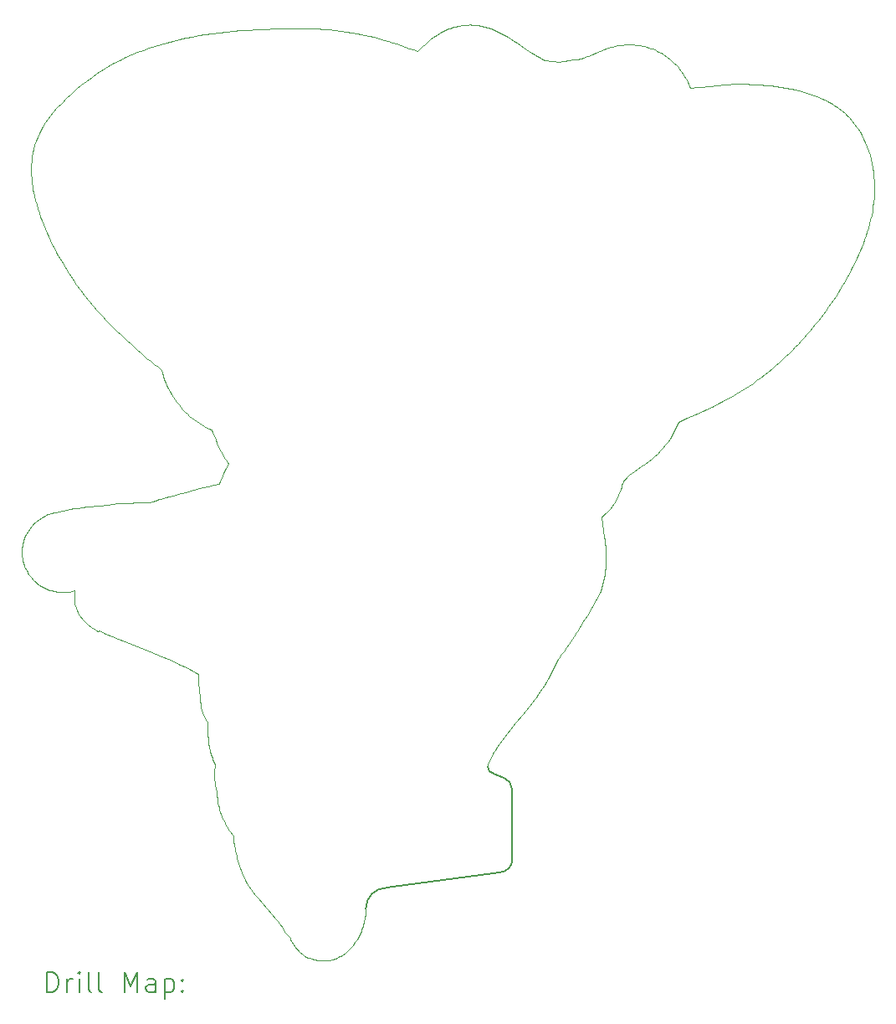
<source format=gbr>
%TF.GenerationSoftware,KiCad,Pcbnew,8.0.3*%
%TF.CreationDate,2024-07-03T11:21:48-05:00*%
%TF.ProjectId,JiggleBilly,4a696767-6c65-4426-996c-6c792e6b6963,rev?*%
%TF.SameCoordinates,Original*%
%TF.FileFunction,Drillmap*%
%TF.FilePolarity,Positive*%
%FSLAX45Y45*%
G04 Gerber Fmt 4.5, Leading zero omitted, Abs format (unit mm)*
G04 Created by KiCad (PCBNEW 8.0.3) date 2024-07-03 11:21:48*
%MOMM*%
%LPD*%
G01*
G04 APERTURE LIST*
%ADD10C,0.100000*%
%ADD11C,0.150000*%
%ADD12C,0.200000*%
G04 APERTURE END LIST*
D10*
X16324333Y-7636683D02*
X16334638Y-7592681D01*
X7835370Y-11260215D02*
X7845522Y-11271596D01*
X15561502Y-8924707D02*
X15592243Y-8892772D01*
X13272039Y-6029194D02*
X13220793Y-6035582D01*
X13648527Y-11018487D02*
X13647278Y-10983166D01*
D11*
X12700000Y-14109700D02*
X12698080Y-13398500D01*
D10*
X7833167Y-7170956D02*
X7836328Y-7224888D01*
X8329544Y-8346727D02*
X8370982Y-8401287D01*
X10846185Y-5715312D02*
X10788346Y-5710847D01*
X13659040Y-10592660D02*
X13671843Y-10579927D01*
X8238002Y-6360793D02*
X8189143Y-6406540D01*
X12678873Y-12794169D02*
X12731923Y-12727448D01*
X9725189Y-13557485D02*
X9730647Y-13580315D01*
X12951689Y-5987645D02*
X12936874Y-5979173D01*
X15433820Y-9048922D02*
X15466435Y-9018424D01*
X8501808Y-8559928D02*
X8547551Y-8611084D01*
X14143538Y-5919825D02*
X14123310Y-5911439D01*
X16360591Y-7417236D02*
X16363262Y-7373557D01*
X13875094Y-10227865D02*
X13886994Y-10217352D01*
X10054209Y-14406363D02*
X10075652Y-14436028D01*
X11176319Y-14815917D02*
X11182565Y-14798534D01*
X13124337Y-12166098D02*
X13166805Y-12083834D01*
X10493963Y-14983360D02*
X10503248Y-14995608D01*
X13633608Y-11226976D02*
X13638743Y-11192696D01*
X16009292Y-6514972D02*
X15992637Y-6502752D01*
X14529291Y-6304325D02*
X14503858Y-6308755D01*
X14577414Y-6297552D02*
X14553786Y-6300595D01*
X8378060Y-11706166D02*
X8396241Y-11723514D01*
X16334638Y-7592681D02*
X16343451Y-7548728D01*
X8049359Y-6553710D02*
X8021501Y-6587234D01*
X11740202Y-5936604D02*
X11698323Y-5919901D01*
X14292315Y-6011267D02*
X14275071Y-5997527D01*
X7739452Y-10954403D02*
X7738082Y-10969565D01*
X9027427Y-12003026D02*
X9090703Y-12028216D01*
X13649256Y-5907778D02*
X13627814Y-5915276D01*
X12505322Y-13038396D02*
X12515315Y-13020805D01*
X13025071Y-12344194D02*
X13044744Y-12312586D01*
X12907417Y-5960371D02*
X12892775Y-5950031D01*
X10744803Y-15129397D02*
X10764163Y-15130958D01*
X8785886Y-5996330D02*
X8726417Y-6025051D01*
X9688307Y-13328248D02*
X9692359Y-13356143D01*
X13638743Y-11192696D02*
X13642837Y-11158209D01*
X10783732Y-15131478D02*
X10798512Y-15131166D01*
X12646987Y-12836082D02*
X12678873Y-12794169D01*
X10827900Y-15128703D02*
X10842472Y-15126552D01*
X11202619Y-14726227D02*
X11206401Y-14707456D01*
X11966248Y-5750493D02*
X11933564Y-5770246D01*
X9024024Y-5901103D02*
X8965495Y-5922056D01*
X13454610Y-11646141D02*
X13466303Y-11627683D01*
X13932620Y-10183245D02*
X13968357Y-10160068D01*
X12291663Y-5666571D02*
X12270915Y-5666182D01*
X7846743Y-10721349D02*
X7836570Y-10732625D01*
X11353513Y-5804725D02*
X11302579Y-5792866D01*
X14452681Y-6203438D02*
X14440538Y-6182975D01*
X16313924Y-7678662D02*
X16324333Y-7636683D01*
X12109161Y-5689348D02*
X12090252Y-5695171D01*
X8156456Y-11403684D02*
X8177173Y-11402886D01*
D11*
X12612554Y-13279838D02*
G75*
G02*
X12698080Y-13398500I-39554J-118662D01*
G01*
D10*
X14414689Y-6143789D02*
X14400984Y-6125084D01*
X8021501Y-6587234D02*
X7995542Y-6621469D01*
X16156195Y-6658899D02*
X16143150Y-6642779D01*
X8506551Y-11797382D02*
X8523552Y-11795369D01*
X16291129Y-7759965D02*
X16302856Y-7719766D01*
X12485303Y-13076423D02*
X12505322Y-13038396D01*
X9524260Y-12315812D02*
X9530734Y-12391936D01*
X13886994Y-10217352D02*
X13905800Y-10202398D01*
X9683706Y-13265621D02*
X9685278Y-13298027D01*
X16019423Y-8335936D02*
X16042010Y-8298360D01*
X7751343Y-11103042D02*
X7755551Y-11117302D01*
X15260790Y-6277334D02*
X15211522Y-6273358D01*
X11193563Y-14762935D02*
X11198317Y-14744720D01*
X9962126Y-14239058D02*
X9971667Y-14261506D01*
X11109390Y-14943460D02*
X11119383Y-14928679D01*
X13466303Y-11627683D02*
X13487294Y-11591772D01*
X11052454Y-15011950D02*
X11064736Y-14999008D01*
X16317810Y-6985591D02*
X16305042Y-6943210D01*
X13644954Y-10947672D02*
X13641554Y-10912039D01*
X13810489Y-10318977D02*
X13815451Y-10305758D01*
X14736982Y-9521762D02*
X14783440Y-9498655D01*
X9736954Y-13603146D02*
X9744102Y-13625906D01*
X10953361Y-15088559D02*
X10966164Y-15081342D01*
X9546149Y-12542691D02*
X9551104Y-12571385D01*
X7739879Y-11044648D02*
X7741926Y-11059428D01*
X8306916Y-10552621D02*
X8265121Y-10559040D01*
X15530276Y-8956291D02*
X15561502Y-8924707D01*
X9216216Y-12080642D02*
X9278229Y-12108364D01*
X8309546Y-11630632D02*
X8360133Y-11687187D01*
X14168970Y-10003554D02*
X14197005Y-9974721D01*
X9661761Y-9770291D02*
X9666237Y-9782018D01*
X13317699Y-6021828D02*
X13272039Y-6029194D01*
X15519000Y-6314359D02*
X15466296Y-6304231D01*
X15794279Y-8659631D02*
X15821238Y-8624977D01*
X9456907Y-9641499D02*
X9481170Y-9660582D01*
X15958288Y-6479544D02*
X15940593Y-6468559D01*
X7777941Y-10821239D02*
X7771494Y-10835152D01*
X13030762Y-6023171D02*
X13012060Y-6015503D01*
X16278742Y-7799228D02*
X16291129Y-7759965D01*
X9505999Y-9678658D02*
X9531376Y-9695798D01*
X7741409Y-10939241D02*
X7739452Y-10954403D01*
X10961550Y-5728530D02*
X10903989Y-5721214D01*
X14325589Y-6040668D02*
X14309178Y-6025648D01*
X13995663Y-5875979D02*
X13973388Y-5872603D01*
X12451196Y-13144323D02*
X12464138Y-13118544D01*
X15808748Y-6402647D02*
X15782830Y-6392012D01*
X13905141Y-5866934D02*
X13881929Y-5866552D01*
X9481170Y-9660582D02*
X9505999Y-9678658D01*
X9090627Y-10477434D02*
X9058890Y-10488780D01*
X9339596Y-12137439D02*
X9400207Y-12168041D01*
X9661938Y-5752104D02*
X9593430Y-5762136D01*
X15622533Y-8860491D02*
X15652337Y-8827866D01*
X7857333Y-10710419D02*
X7846743Y-10721349D01*
X7929102Y-11341404D02*
X7945992Y-11351536D01*
X9804858Y-10153302D02*
X9779936Y-10201808D01*
X9690801Y-13143837D02*
X9689192Y-13168714D01*
X13812953Y-5870168D02*
X13788180Y-5873349D01*
X7836178Y-7042712D02*
X7833236Y-7084857D01*
X13905800Y-10202398D02*
X13932620Y-10183245D01*
X7891495Y-10680060D02*
X7879719Y-10689775D01*
X13327345Y-11848142D02*
X13351493Y-11812232D01*
X8525124Y-10527466D02*
X8393892Y-10541865D01*
X8269090Y-11388938D02*
X8267296Y-11411317D01*
X7777604Y-11172503D02*
X7784391Y-11185792D01*
X13773330Y-10422857D02*
X13784363Y-10395413D01*
X8339044Y-6274309D02*
X8287972Y-6316715D01*
X15885565Y-6438137D02*
X15860167Y-6425692D01*
X8756915Y-10503387D02*
X8711983Y-10506128D01*
X14060822Y-5890489D02*
X14039380Y-5884931D01*
X13429352Y-11682260D02*
X13442259Y-11664461D01*
X13357600Y-11796619D02*
X13416028Y-11699122D01*
X15860167Y-6425692D02*
X15834562Y-6413867D01*
X9557287Y-9711897D02*
X9583719Y-9726990D01*
X15131998Y-9291379D02*
X15172523Y-9262790D01*
X13603561Y-10638841D02*
X13618030Y-10628016D01*
X16343451Y-7548728D02*
X16350702Y-7504827D01*
X9204971Y-5844930D02*
X9143736Y-5862545D01*
X13645856Y-11123547D02*
X13647834Y-11088712D01*
X9194209Y-10449018D02*
X9163489Y-10456374D01*
X8498751Y-6157230D02*
X8444445Y-6194560D01*
X12386974Y-5678336D02*
X12353526Y-5672358D01*
X8457126Y-8507898D02*
X8501808Y-8559928D01*
X9829864Y-10107816D02*
X9804858Y-10153302D01*
X15311031Y-6282279D02*
X15260790Y-6277334D01*
X8174914Y-8120431D02*
X8211883Y-8178190D01*
X7949333Y-6692044D02*
X7929091Y-6728364D01*
X12818594Y-5896828D02*
X12783239Y-5872381D01*
X16356427Y-7460995D02*
X16360591Y-7417236D01*
X10110986Y-5713073D02*
X10027813Y-5717354D01*
X13684195Y-10566708D02*
X13696027Y-10553037D01*
X15821238Y-8624977D02*
X15847711Y-8589989D01*
X15006224Y-9373679D02*
X15048831Y-9346859D01*
X11188289Y-14780908D02*
X11193563Y-14762935D01*
X7832230Y-7127606D02*
X7833167Y-7170956D01*
X9202130Y-9312961D02*
X9216327Y-9343007D01*
X16064112Y-8260469D02*
X16085693Y-8222265D01*
X12464138Y-13118544D02*
X12485303Y-13076423D01*
X7987464Y-7767456D02*
X8005052Y-7807319D01*
X15592243Y-8892772D02*
X15622533Y-8860491D01*
X7963343Y-11360765D02*
X7981125Y-11369127D01*
X16353409Y-7156710D02*
X16346816Y-7113707D01*
X7955766Y-10637870D02*
X7942231Y-10645433D01*
X15766835Y-8693953D02*
X15794279Y-8659631D01*
X9113706Y-9126191D02*
X9151865Y-9154885D01*
X10706776Y-15123221D02*
X10725650Y-15126794D01*
X15364567Y-9111133D02*
X15400755Y-9079108D01*
X11488828Y-5844798D02*
X11446949Y-5831495D01*
X13063098Y-12281186D02*
X13079926Y-12250341D01*
X16361978Y-7243107D02*
X16358474Y-7199844D01*
X14973992Y-6265420D02*
X14932703Y-6266794D01*
X7894340Y-6803037D02*
X7879837Y-6841373D01*
X9692359Y-13356143D02*
X9697002Y-13381472D01*
X15289935Y-9173482D02*
X15327615Y-9142567D01*
X15498598Y-8987510D02*
X15530276Y-8956291D01*
X12249681Y-5666572D02*
X12228759Y-5667727D01*
X16363921Y-7286487D02*
X16361978Y-7243107D01*
X12147882Y-5679506D02*
X12128383Y-5684118D01*
X12521248Y-5720182D02*
X12487662Y-5707050D01*
X13178220Y-12060969D02*
X13188838Y-12038000D01*
X14163384Y-5928901D02*
X14143538Y-5919825D01*
X16329017Y-7028139D02*
X16317810Y-6985591D01*
X15873699Y-8554672D02*
X15899201Y-8519025D01*
X11933564Y-5770246D02*
X11902129Y-5791393D01*
X11206054Y-5773566D02*
X11167888Y-5766258D01*
X7924838Y-7605592D02*
X7939334Y-7646405D01*
X9223860Y-10441038D02*
X9194209Y-10449018D01*
X7737298Y-10984693D02*
X7737090Y-10999786D01*
X12451917Y-13169900D02*
X12451196Y-13144323D01*
X8433082Y-11753595D02*
X8451588Y-11766468D01*
X13632116Y-10616705D02*
X13645821Y-10604943D01*
X16115948Y-6611670D02*
X16101792Y-6596685D01*
X16025599Y-6527598D02*
X16009292Y-6514972D01*
X13642837Y-11158209D02*
X13645856Y-11123547D01*
X10842472Y-15126552D02*
X10856906Y-15123811D01*
X11405141Y-5818776D02*
X11379257Y-5811442D01*
X9999889Y-14318963D02*
X10016363Y-14347899D01*
X10617537Y-15090710D02*
X10634573Y-15099107D01*
X13510055Y-5963042D02*
X13471299Y-5979592D01*
X9684025Y-13231202D02*
X9683602Y-13248654D01*
X7799452Y-11211675D02*
X7807714Y-11224235D01*
X12353526Y-5672358D02*
X12333056Y-5669665D01*
X15466296Y-6304231D02*
X15413940Y-6295595D01*
X15756738Y-6381950D02*
X15730542Y-6372444D01*
X11302579Y-5792866D02*
X11253206Y-5782660D01*
X7840835Y-7273160D02*
X7843628Y-7295460D01*
X16072369Y-6567873D02*
X16057138Y-6554050D01*
X10075652Y-14436028D02*
X10098818Y-14466040D01*
X15048831Y-9346859D02*
X15090744Y-9319414D01*
X9358100Y-10401519D02*
X9345088Y-10404156D01*
X7969623Y-10630826D02*
X7955766Y-10637870D01*
X9125486Y-10466401D02*
X9090627Y-10477434D01*
X10634573Y-15099107D02*
X10652060Y-15106567D01*
X14239334Y-5971994D02*
X14220911Y-5960215D01*
X10477038Y-14957824D02*
X10485223Y-14970766D01*
X9817678Y-13783843D02*
X9831529Y-13806118D01*
X15043592Y-6265146D02*
X15015627Y-6264934D01*
X14257411Y-5984433D02*
X14239334Y-5971994D01*
X13693633Y-5893948D02*
X13671184Y-5900641D01*
X8094811Y-6503005D02*
X8049359Y-6553710D01*
X12900547Y-12520832D02*
X12927610Y-12487767D01*
X8289838Y-11566652D02*
X8309546Y-11630632D01*
X9530734Y-12391936D02*
X9537292Y-12459004D01*
X10554314Y-15048242D02*
X10569309Y-15060178D01*
X9615302Y-12715964D02*
X9618564Y-12830808D01*
X12420490Y-5686117D02*
X12386974Y-5678336D01*
X11002804Y-15056535D02*
X11012900Y-15048485D01*
X12000180Y-5732332D02*
X11983075Y-5741201D01*
X9189309Y-9282358D02*
X9202130Y-9312961D01*
X9509167Y-10359120D02*
X9358100Y-10401519D01*
X10730751Y-5707843D02*
X10673537Y-5706325D01*
X7771321Y-11159007D02*
X7777604Y-11172503D01*
X7817519Y-10756288D02*
X7808664Y-10768640D01*
X9666237Y-9782018D02*
X9697324Y-9862895D01*
X11169623Y-14832987D02*
X11176319Y-14815917D01*
X8470050Y-11778021D02*
X8488398Y-11788291D01*
X13040164Y-6027300D02*
X13030762Y-6023171D01*
X14691808Y-6286307D02*
X14600175Y-6295189D01*
X12187748Y-5672234D02*
X12167659Y-5675537D01*
X9236142Y-10437742D02*
X9223860Y-10441038D01*
X10373692Y-14801656D02*
X10397358Y-14836110D01*
X9804657Y-13761464D02*
X9817678Y-13783843D01*
X7792340Y-10794315D02*
X7784894Y-10807638D01*
X10926854Y-15101432D02*
X10940246Y-15095256D01*
X9216327Y-9343007D02*
X9231909Y-9372465D01*
X13863852Y-5866760D02*
X13838177Y-5867940D01*
X9887945Y-13969815D02*
X9892338Y-13995907D01*
X16265697Y-7837515D02*
X16278742Y-7799228D01*
X10503248Y-14995608D02*
X10513067Y-15007474D01*
X12554799Y-5735079D02*
X12521248Y-5720182D01*
X8391207Y-6233589D02*
X8339044Y-6274309D01*
X13795084Y-10365782D02*
X13805632Y-10333827D01*
X15090744Y-9319414D02*
X15131998Y-9291379D01*
X7916157Y-10661845D02*
X7903645Y-10670727D01*
X8249983Y-8235168D02*
X8289207Y-8291352D01*
X13647278Y-10983166D02*
X13644954Y-10947672D01*
X9144093Y-10461197D02*
X9125486Y-10466401D01*
X7879837Y-6841373D02*
X7867256Y-6880361D01*
X7845522Y-11271596D02*
X7856132Y-11282664D01*
X14223513Y-9945160D02*
X14248459Y-9914801D01*
X10397358Y-14836110D02*
X10416237Y-14862548D01*
X9345088Y-10404156D02*
X9267438Y-10428339D01*
X11087983Y-14971945D02*
X11098912Y-14957893D01*
X9706311Y-13423905D02*
X9710648Y-13442953D01*
X15116593Y-6267772D02*
X15071280Y-6265905D01*
X10688178Y-15118641D02*
X10706776Y-15123221D01*
X13449753Y-5987881D02*
X13423870Y-5996514D01*
X7995542Y-6621469D02*
X7971487Y-6656408D01*
X14770811Y-6278531D02*
X14691808Y-6286307D01*
X14041393Y-10111043D02*
X14075603Y-10085367D01*
X9731594Y-5743133D02*
X9661938Y-5752104D01*
X11018729Y-5737235D02*
X10961550Y-5728530D01*
X14271845Y-9883678D02*
X14293669Y-9851793D01*
X13788180Y-5873349D02*
X13763823Y-5877405D01*
X7999313Y-11376621D02*
X8017886Y-11383179D01*
X13647834Y-11088712D02*
X13648736Y-11053669D01*
X7981125Y-11369127D02*
X7999313Y-11376621D01*
X8523552Y-11795369D02*
X8585263Y-11824133D01*
X9663482Y-13080690D02*
X9669685Y-13097101D01*
X13220793Y-6035582D02*
X13163787Y-6040727D01*
X9248876Y-9401366D02*
X9266613Y-9429193D01*
X8075638Y-11397508D02*
X8095484Y-11400423D01*
X13351493Y-11812232D02*
X13357600Y-11796619D01*
X8141411Y-6453948D02*
X8094811Y-6503005D01*
X14495045Y-6287833D02*
X14485573Y-6266811D01*
X8951592Y-10496413D02*
X8933522Y-10497628D01*
X10764163Y-15130958D02*
X10783732Y-15131478D01*
X9531376Y-9695798D02*
X9557287Y-9711897D01*
X7886040Y-7481868D02*
X7898191Y-7523317D01*
X16186173Y-8026602D02*
X16204770Y-7986556D01*
X13188838Y-12038000D02*
X13192862Y-12034079D01*
X16106788Y-8183748D02*
X16127363Y-8144920D01*
X10378789Y-5705624D02*
X10286497Y-5707206D01*
X13707338Y-10538881D02*
X13710946Y-10534059D01*
X9685031Y-13213299D02*
X9684025Y-13231202D01*
X8488398Y-11788291D02*
X8506551Y-11797382D01*
X14039380Y-5884931D02*
X14017660Y-5880091D01*
X12597371Y-12904468D02*
X12646987Y-12836082D01*
X7750940Y-10893442D02*
X7747169Y-10908639D01*
X15400755Y-9079108D02*
X15433820Y-9048922D01*
X10569309Y-15060178D02*
X10584853Y-15071246D01*
X13012060Y-6015503D02*
X12996759Y-6009431D01*
X9619154Y-12843507D02*
X9622894Y-12889028D01*
X9683338Y-13128640D02*
X9690801Y-13143837D01*
X8900398Y-11953584D02*
X9027427Y-12003026D01*
X13815451Y-10305758D02*
X13821002Y-10293579D01*
X16346816Y-7113707D02*
X16338697Y-7070847D01*
X16127363Y-8144920D02*
X16147487Y-8105786D01*
X9030255Y-10499744D02*
X9002391Y-10497003D01*
X9324101Y-9507780D02*
X9344637Y-9532275D01*
X10340519Y-14753394D02*
X10373692Y-14801656D01*
X9304241Y-9482417D02*
X9324101Y-9507780D01*
X8028041Y-10607510D02*
X8013011Y-10612576D01*
X11530706Y-5858680D02*
X11488828Y-5844798D01*
X9814951Y-10087623D02*
X9829864Y-10107816D01*
X10539922Y-15035474D02*
X10554314Y-15048242D01*
X9259975Y-10430941D02*
X9236142Y-10437742D01*
X15924217Y-8483052D02*
X15948747Y-8446756D01*
X7826824Y-10744283D02*
X7817519Y-10756288D01*
X7825679Y-11248523D02*
X7835370Y-11260215D01*
X13968357Y-10160068D02*
X14005621Y-10135954D01*
X9874462Y-5728350D02*
X9802426Y-5735217D01*
X9153670Y-12053995D02*
X9216216Y-12080642D01*
X9526047Y-5773235D02*
X9459752Y-5785407D01*
X7841053Y-7001184D02*
X7836178Y-7042712D01*
X12228759Y-5667727D02*
X12208115Y-5669623D01*
X12748994Y-5849322D02*
X12715755Y-5827605D01*
X15922586Y-6457994D02*
X15904232Y-6447852D01*
X8272074Y-11520367D02*
X8289838Y-11566652D01*
X14427839Y-6163087D02*
X14414689Y-6143789D01*
X9459950Y-12200482D02*
X9489459Y-12217449D01*
X9652289Y-13046584D02*
X9657684Y-13063863D01*
X14919033Y-9425550D02*
X14962958Y-9399909D01*
X10123741Y-14496434D02*
X10214176Y-14602119D01*
X13547180Y-5947158D02*
X13510055Y-5963042D01*
X9875142Y-13862500D02*
X9880590Y-13916765D01*
X8846355Y-5969357D02*
X8785886Y-5996330D01*
X9902542Y-14047153D02*
X9908350Y-14072273D01*
X15677874Y-6355023D02*
X15624927Y-6339624D01*
X14341584Y-6056316D02*
X14325589Y-6040668D01*
X12892775Y-5950031D02*
X12818594Y-5896828D01*
X7738387Y-11029798D02*
X7739879Y-11044648D01*
X9330339Y-5812989D02*
X9267161Y-5828411D01*
X15899201Y-8519025D02*
X15924217Y-8483052D01*
X16358474Y-7199844D02*
X16353409Y-7156710D01*
X10027813Y-5717354D02*
X9947727Y-5722528D01*
X9433227Y-9621479D02*
X9456907Y-9641499D01*
X9387675Y-9578699D02*
X9410144Y-9600557D01*
X9772511Y-10020104D02*
X9786254Y-10043871D01*
X15327615Y-9142567D02*
X15364567Y-9111133D01*
X8115587Y-11402435D02*
X8135919Y-11403545D01*
X13739952Y-5882245D02*
X13716567Y-5887790D01*
X7878709Y-11303724D02*
X7890658Y-11313752D01*
X9583719Y-9726990D02*
X9610653Y-9741077D01*
X16168859Y-6675387D02*
X16156195Y-6658899D01*
X9720578Y-13534621D02*
X9725189Y-13557485D01*
X8266953Y-11452259D02*
X8268049Y-11470648D01*
X16350702Y-7504827D02*
X16356427Y-7460995D01*
X7737454Y-11014844D02*
X7738387Y-11029798D01*
X13130027Y-6038503D02*
X13093284Y-6034478D01*
X9543100Y-12512713D02*
X9544380Y-12527876D01*
X7808664Y-10768640D02*
X7800264Y-10781338D01*
X8554112Y-6121607D02*
X8498751Y-6157230D01*
X11209697Y-14688443D02*
X11212507Y-14669152D01*
X7741926Y-11059428D02*
X7744521Y-11074105D01*
X14102805Y-5903750D02*
X14081952Y-5896766D01*
X9744008Y-10279562D02*
X9732714Y-10306729D01*
X14293669Y-9851793D02*
X14313966Y-9819178D01*
X10725650Y-15126794D02*
X10744803Y-15129397D01*
X9090703Y-12028216D02*
X9153670Y-12053995D01*
X8710339Y-11878085D02*
X8773476Y-11903726D01*
X7747661Y-11088643D02*
X7751343Y-11103042D01*
X10309920Y-14710787D02*
X10323108Y-14728656D01*
X9593430Y-5762136D02*
X9526047Y-5773235D01*
X10913253Y-15107018D02*
X10926854Y-15101432D01*
X12927610Y-12487767D02*
X12939476Y-12471702D01*
X10871270Y-15120480D02*
X10885426Y-15116559D01*
X7784894Y-10807638D02*
X7777941Y-10821239D01*
X7747169Y-10908639D02*
X7743963Y-10924044D01*
X8840640Y-10501097D02*
X8799914Y-10501895D01*
X10978724Y-15073605D02*
X10990937Y-15065313D01*
X9802426Y-5735217D02*
X9731594Y-5743133D01*
X14313966Y-9819178D02*
X14332667Y-9785766D01*
X7874681Y-7440223D02*
X7886040Y-7481868D01*
X15948747Y-8446756D02*
X15972826Y-8410138D01*
X8056073Y-11393657D02*
X8075638Y-11397508D01*
X9677058Y-10318942D02*
X9621229Y-10331745D01*
X9892338Y-13995907D02*
X9897202Y-14021686D01*
X16222847Y-7946208D02*
X16237766Y-7911036D01*
X9781123Y-13716498D02*
X9792472Y-13739016D01*
X9689192Y-13168714D02*
X9686673Y-13194945D01*
X8349852Y-10546827D02*
X8306916Y-10552621D01*
X11119383Y-14928679D02*
X11128924Y-14913552D01*
X16129757Y-6627037D02*
X16115948Y-6611670D01*
X12588281Y-5751732D02*
X12554799Y-5735079D01*
X15940593Y-6468559D02*
X15922586Y-6457994D01*
X8688897Y-10508175D02*
X8665459Y-10510777D01*
X16237766Y-7911036D02*
X16252026Y-7874796D01*
X13710946Y-10534059D02*
X13724686Y-10514698D01*
X8413513Y-8455014D02*
X8457126Y-8507898D01*
X9730647Y-13580315D02*
X9736954Y-13603146D01*
X8017886Y-11383179D02*
X8036813Y-11388869D01*
X7843628Y-7295460D02*
X7846799Y-7316687D01*
X7945992Y-11351536D02*
X7963343Y-11360765D01*
X11012900Y-15048485D02*
X11026536Y-15036688D01*
X16305042Y-6943210D02*
X16305042Y-6943210D01*
X8265121Y-10559040D02*
X8224505Y-10565944D01*
X7760145Y-10863777D02*
X7755270Y-10878488D01*
X11763934Y-5911199D02*
X11740202Y-5936604D01*
X8711983Y-10506128D02*
X8688897Y-10508175D01*
X8907812Y-5944133D02*
X8846355Y-5969357D01*
X13737697Y-10494089D02*
X13750083Y-10472022D01*
X13763823Y-5877405D02*
X13739952Y-5882245D01*
X7847861Y-6960277D02*
X7841053Y-7001184D01*
X9557859Y-12598795D02*
X9566322Y-12624852D01*
X9600980Y-12695181D02*
X9615302Y-12715964D01*
X13805632Y-10333827D02*
X13810489Y-10318977D01*
X10526161Y-15021873D02*
X10539922Y-15035474D01*
X8396241Y-11723514D02*
X8414609Y-11739300D01*
X10990937Y-15065313D02*
X11002804Y-15056535D01*
X7864109Y-7398389D02*
X7874681Y-7440223D01*
X13724686Y-10514698D02*
X13737697Y-10494089D01*
X8451588Y-11766468D02*
X8470050Y-11778021D01*
X7983790Y-10624234D02*
X7969623Y-10630826D01*
D11*
X11430000Y-14392555D02*
X12573000Y-14236700D01*
D10*
X12715755Y-5827605D02*
X12683487Y-5807194D01*
X9177877Y-9251236D02*
X9189309Y-9282358D01*
X14600175Y-6295189D02*
X14577414Y-6297552D01*
X8013011Y-10612576D02*
X7998258Y-10618162D01*
X13973388Y-5872603D02*
X13950905Y-5869963D01*
X9760933Y-13671324D02*
X9770610Y-13693946D01*
X9622894Y-12889028D02*
X9628033Y-12931913D01*
X8791823Y-8853409D02*
X8844488Y-8900568D01*
X8104422Y-8002624D02*
X8139090Y-8061906D01*
X9430195Y-12184036D02*
X9459950Y-12200482D01*
X14139375Y-10031588D02*
X14168970Y-10003554D01*
X8289207Y-8291352D02*
X8329544Y-8346727D01*
X7971487Y-6656408D02*
X7949333Y-6692044D01*
X8667957Y-6055511D02*
X8610518Y-6087699D01*
D11*
X12515238Y-13239838D02*
G75*
G02*
X12451917Y-13169900I6962J69938D01*
G01*
D10*
X14220911Y-5960215D02*
X14202105Y-5949101D01*
X11253206Y-5782660D02*
X11206054Y-5773566D01*
X8095484Y-11400423D02*
X8115587Y-11402435D01*
X13620077Y-11294946D02*
X13627363Y-11261083D01*
X9083431Y-5881270D02*
X9024024Y-5901103D01*
X7879719Y-10689775D02*
X7868328Y-10699906D01*
X9697324Y-9862895D02*
X9712088Y-9899430D01*
X16085693Y-8222265D02*
X16106788Y-8183748D01*
X11815354Y-5861247D02*
X11788985Y-5886013D01*
X7744521Y-11074105D02*
X7747661Y-11088643D01*
X16057138Y-6554050D02*
X16041524Y-6540626D01*
X7760291Y-11131388D02*
X7765547Y-11145302D01*
X11182565Y-14798534D02*
X11188289Y-14780908D01*
X14440538Y-6182975D02*
X14427839Y-6163087D01*
X9576394Y-12649625D02*
X9587979Y-12673079D01*
X15071280Y-6265905D02*
X15043592Y-6265146D01*
X13611715Y-11328601D02*
X13620077Y-11294946D01*
X9851944Y-13835402D02*
X9863210Y-13849246D01*
X15413940Y-6295595D02*
X15362138Y-6288323D01*
X16041524Y-6540626D02*
X16025599Y-6527598D01*
X15782830Y-6392012D02*
X15756738Y-6381950D01*
X13761915Y-10448359D02*
X13773330Y-10422857D01*
X9587979Y-12673079D02*
X9600980Y-12695181D01*
X8198046Y-11401117D02*
X8219048Y-11398410D01*
X14464339Y-6224478D02*
X14452681Y-6203438D01*
X13784363Y-10395413D02*
X13795084Y-10365782D01*
X8224505Y-10565944D02*
X8146987Y-10580656D01*
X15466435Y-9018424D02*
X15498598Y-8987510D01*
X16143150Y-6642779D02*
X16129757Y-6627037D01*
X11983075Y-5741201D02*
X11966248Y-5750493D01*
X13645821Y-10604943D02*
X13659040Y-10592660D01*
X8691048Y-8759223D02*
X8740930Y-8806781D01*
X9344637Y-9532275D02*
X9365833Y-9555938D01*
X13442259Y-11664461D02*
X13454610Y-11646141D01*
X9908350Y-14072273D02*
X9914630Y-14097115D01*
X14646078Y-9564994D02*
X14736982Y-9521762D01*
X15730542Y-6372444D02*
X15704243Y-6363471D01*
X14503858Y-6308755D02*
X14495045Y-6287833D01*
D11*
X12700000Y-14109700D02*
G75*
G02*
X12573000Y-14236700I-127000J0D01*
G01*
D10*
X16338697Y-7070847D02*
X16329017Y-7028139D01*
X14485573Y-6266811D02*
X14475338Y-6245691D01*
X8970855Y-10495927D02*
X8951592Y-10496413D01*
X11214797Y-14649618D02*
X11217608Y-14609717D01*
X14379438Y-9681191D02*
X14467150Y-9644760D01*
X15975636Y-6490942D02*
X15958288Y-6479544D01*
X10016363Y-14347899D02*
X10034457Y-14377010D01*
X16193077Y-6709462D02*
X16181177Y-6692242D01*
X8146987Y-10580656D02*
X8074687Y-10595471D01*
X12035293Y-5715956D02*
X12017598Y-5723908D01*
X10584853Y-15071246D02*
X10600952Y-15081412D01*
X9676302Y-13113062D02*
X9683338Y-13128640D01*
X9928599Y-14145759D02*
X9936284Y-14169596D01*
X13750083Y-10472022D02*
X13761915Y-10448359D01*
X15652337Y-8827866D02*
X15681690Y-8794898D01*
X14005621Y-10135954D02*
X14041393Y-10111043D01*
X9729505Y-9937735D02*
X9749629Y-9977913D01*
X9630989Y-9750445D02*
X9652185Y-9759223D01*
X8547551Y-8611084D02*
X8594346Y-8661362D01*
X12487662Y-5707050D02*
X12454041Y-5695691D01*
X10286497Y-5707206D02*
X10197220Y-5709689D01*
X7856594Y-6919998D02*
X7847861Y-6960277D01*
X9936284Y-14169596D02*
X9944434Y-14193085D01*
X7915862Y-11332592D02*
X7929102Y-11341404D01*
X10940246Y-15095256D02*
X10953361Y-15088559D01*
X11154773Y-14866157D02*
X11162441Y-14849745D01*
X15212389Y-9233576D02*
X15251527Y-9203806D01*
X8585263Y-11824133D02*
X8647563Y-11851647D01*
X9792472Y-13739016D02*
X9804657Y-13761464D01*
X15624927Y-6339624D02*
X15571946Y-6326114D01*
X8647563Y-11851647D02*
X8710339Y-11878085D01*
X9634611Y-12972369D02*
X9642681Y-13010534D01*
X8287972Y-6316715D02*
X8238002Y-6360793D01*
X9749629Y-9977913D02*
X9772511Y-10020104D01*
X7833236Y-7084857D02*
X7832230Y-7127606D01*
X11871909Y-5813739D02*
X11842972Y-5837088D01*
X9652185Y-9759223D02*
X9659193Y-9763387D01*
X9038312Y-9066860D02*
X9075849Y-9096873D01*
X15211522Y-6273358D02*
X15163398Y-6270215D01*
X9710648Y-13442953D02*
X9711848Y-13465887D01*
X13274676Y-11923503D02*
X13327345Y-11848142D01*
X10450093Y-14902900D02*
X10455939Y-14917091D01*
X15163398Y-6270215D02*
X15116593Y-6267772D01*
X9713906Y-13488822D02*
X9716817Y-13511721D01*
X16252026Y-7874796D02*
X16265697Y-7837515D01*
X9167822Y-9219593D02*
X9177877Y-9251236D01*
X11206401Y-14707456D02*
X11209697Y-14688443D01*
X13618030Y-10628016D02*
X13632116Y-10616705D01*
X13586421Y-5931011D02*
X13547180Y-5947158D01*
X9947727Y-5722528D02*
X9874462Y-5728350D01*
X14075603Y-10085367D02*
X14108252Y-10058859D01*
X12454041Y-5695691D02*
X12420490Y-5686117D01*
X10652060Y-15106567D02*
X10669928Y-15113089D01*
X12939476Y-12471702D02*
X12963208Y-12436486D01*
X7998258Y-10618162D02*
X7983790Y-10624234D01*
X7903645Y-10670727D02*
X7891495Y-10680060D01*
X10813223Y-15130229D02*
X10827900Y-15128703D01*
X7846799Y-7316687D02*
X7850362Y-7336953D01*
X9985001Y-14290200D02*
X9999889Y-14318963D01*
X12017598Y-5723908D02*
X12000180Y-5732332D01*
X13835852Y-10269986D02*
X13846192Y-10257426D01*
X16167055Y-8066347D02*
X16186173Y-8026602D01*
X8062398Y-7925331D02*
X8083031Y-7964121D01*
X7867256Y-6880361D02*
X7856594Y-6919998D01*
X11379257Y-5811442D02*
X11353513Y-5804725D01*
X9544380Y-12527876D02*
X9546149Y-12542691D01*
X8005052Y-7807319D02*
X8023403Y-7846921D01*
X11039720Y-15024510D02*
X11052454Y-15011950D01*
X8266644Y-11432447D02*
X8266953Y-11452259D01*
X14932703Y-6266794D02*
X14891762Y-6268924D01*
X11788985Y-5886013D02*
X11763934Y-5911199D01*
X11075214Y-5747305D02*
X11018729Y-5737235D01*
X13199628Y-12025995D02*
X13219752Y-11999695D01*
X13591799Y-11395253D02*
X13602277Y-11362049D01*
X15571946Y-6326114D02*
X15519000Y-6314359D01*
X8726417Y-6025051D02*
X8667957Y-6055511D01*
X13423870Y-5996514D02*
X13393406Y-6005222D01*
X12312411Y-5667734D02*
X12291663Y-5666571D01*
X14332667Y-9785766D02*
X14349807Y-9751659D01*
X13821002Y-10293579D02*
X13827629Y-10281852D01*
X16363262Y-7373557D02*
X16364373Y-7329972D01*
X13950905Y-5869963D02*
X13928144Y-5868072D01*
X9712088Y-9899430D02*
X9729505Y-9937735D01*
X10798512Y-15131166D02*
X10813223Y-15130229D01*
X13471299Y-5979592D02*
X13449753Y-5987881D01*
X14017660Y-5880091D02*
X13995663Y-5875979D01*
X9841373Y-13821003D02*
X9851944Y-13835402D01*
X11130902Y-5758716D02*
X11075214Y-5747305D01*
X13641554Y-10912039D02*
X13637112Y-10876267D01*
X10856906Y-15123811D02*
X10871270Y-15120480D01*
X7903045Y-11323362D02*
X7915862Y-11332592D01*
X7910758Y-6765364D02*
X7894340Y-6803037D01*
X9058890Y-10488780D02*
X9030255Y-10499744D01*
X14851132Y-6271679D02*
X14770811Y-6278531D01*
X13696027Y-10553037D02*
X13707338Y-10538881D01*
X11446949Y-5831495D02*
X11405141Y-5818776D01*
X13881929Y-5866552D02*
X13863852Y-5866760D01*
X8740930Y-8806781D02*
X8791823Y-8853409D01*
D11*
X11217608Y-14609717D02*
G75*
G02*
X11430000Y-14392555I212392J4717D01*
G01*
D10*
X9459752Y-5785407D02*
X9394527Y-5798656D01*
X13044744Y-12312586D02*
X13063098Y-12281186D01*
X8897011Y-8946825D02*
X8949264Y-8992055D01*
X14829274Y-9474922D02*
X14874483Y-9450531D01*
X12071655Y-5701563D02*
X12053335Y-5708500D01*
X8177173Y-11402886D02*
X8198046Y-11401117D01*
X8949264Y-8992055D02*
X9001110Y-9036154D01*
X11162441Y-14849745D02*
X11169623Y-14832987D01*
X8844488Y-8900568D02*
X8897011Y-8946825D01*
X14123310Y-5911439D02*
X14102805Y-5903750D01*
X7850362Y-7336953D02*
X7854331Y-7356372D01*
X12731923Y-12727448D02*
X12805861Y-12636267D01*
X7911122Y-7564560D02*
X7924838Y-7605592D01*
X14182918Y-5938661D02*
X14163384Y-5928901D01*
X10572328Y-5705181D02*
X10474075Y-5704949D01*
X14309178Y-6025648D02*
X14292315Y-6011267D01*
X15738939Y-8727941D02*
X15766835Y-8693953D01*
X13671843Y-10579927D02*
X13684195Y-10566708D01*
X7816461Y-11236518D02*
X7825679Y-11248523D01*
X7771494Y-10835152D02*
X7765558Y-10849343D01*
X9267438Y-10428339D02*
X9259975Y-10430941D01*
X9518708Y-12234936D02*
X9524260Y-12315812D01*
X16290435Y-6900901D02*
X16274197Y-6859897D01*
X9800407Y-10066354D02*
X9814951Y-10087623D01*
X13671184Y-5900641D02*
X13649256Y-5907778D01*
X9400207Y-12168041D02*
X9430195Y-12184036D01*
X15362138Y-6288323D02*
X15311031Y-6282279D01*
X14357128Y-6072589D02*
X14341584Y-6056316D01*
X12922128Y-5970082D02*
X12907417Y-5960371D01*
X9628033Y-12931913D02*
X9634611Y-12972369D01*
X9231909Y-9372465D02*
X9248876Y-9401366D01*
X8360133Y-11687187D02*
X8378060Y-11706166D01*
X13166805Y-12083834D02*
X13178220Y-12060969D01*
X8043339Y-10602965D02*
X8028041Y-10607510D01*
X15710557Y-8761589D02*
X15738939Y-8727941D01*
X16236795Y-6781907D02*
X16215734Y-6744977D01*
X11146619Y-14882290D02*
X11154773Y-14866157D01*
X9657684Y-13063863D02*
X9663482Y-13080690D01*
X9410144Y-9600557D02*
X9433227Y-9621479D01*
X11138015Y-14898077D02*
X11146619Y-14882290D01*
X8058890Y-10598940D02*
X8043339Y-10602965D01*
X14349807Y-9751659D02*
X14365420Y-9716790D01*
X9266613Y-9429193D02*
X9285074Y-9456186D01*
X9278229Y-12108364D02*
X9339596Y-12137439D01*
X13219752Y-11999695D02*
X13245843Y-11963924D01*
X9002391Y-10497003D02*
X8987058Y-10496205D01*
X8610518Y-6087699D02*
X8554112Y-6121607D01*
X9863210Y-13849246D02*
X9875142Y-13862500D01*
X9159152Y-9187464D02*
X9167822Y-9219593D01*
X15704243Y-6363471D02*
X15677874Y-6355023D01*
X8036813Y-11388869D02*
X8056073Y-11393657D01*
X12128383Y-5684118D02*
X12109161Y-5689348D01*
X16087254Y-6582085D02*
X16072369Y-6567873D01*
X8665459Y-10510777D02*
X8525124Y-10527466D01*
X9944434Y-14193085D02*
X9953049Y-14216262D01*
X8219048Y-11398410D02*
X8240153Y-11394732D01*
X10903989Y-5721214D02*
X10846185Y-5715312D01*
X9921382Y-14121611D02*
X9928599Y-14145759D01*
X7836570Y-10732625D02*
X7826824Y-10744283D01*
X9953049Y-14216262D02*
X9962126Y-14239058D01*
X14365420Y-9716790D02*
X14379438Y-9681191D01*
X14275071Y-5997527D02*
X14257411Y-5984433D01*
X10034457Y-14377010D02*
X10054209Y-14406363D01*
X7755551Y-11117302D02*
X7760291Y-11131388D01*
X12515315Y-13020805D02*
X12525481Y-13004012D01*
X12546958Y-12972716D02*
X12597371Y-12904468D01*
X10214176Y-14602119D02*
X10309920Y-14710787D01*
X10885426Y-15116559D02*
X10899444Y-15112083D01*
X14400984Y-6125084D02*
X14386828Y-6106980D01*
X16256294Y-6820222D02*
X16236795Y-6781907D01*
X13928144Y-5868072D02*
X13905141Y-5866934D01*
X9267161Y-5828411D02*
X9204971Y-5844930D01*
X13079926Y-12250341D02*
X13124337Y-12166098D01*
X13602277Y-11362049D02*
X13611715Y-11328601D01*
X12167659Y-5675537D02*
X12147882Y-5679506D01*
X10513067Y-15007474D02*
X10526161Y-15021873D01*
X12333056Y-5669665D02*
X12312411Y-5667734D01*
X12090252Y-5695171D02*
X12071655Y-5701563D01*
X9618564Y-12830808D02*
X9619154Y-12843507D01*
X13827629Y-10281852D02*
X13835852Y-10269986D01*
X9394527Y-5798656D02*
X9330339Y-5812989D01*
X7836328Y-7224888D02*
X7840835Y-7273160D01*
X10416237Y-14862548D02*
X10432943Y-14883852D01*
X16101792Y-6596685D02*
X16087254Y-6582085D01*
X8594346Y-8661362D02*
X8642182Y-8710746D01*
X11098912Y-14957893D02*
X11109390Y-14943460D01*
X9880590Y-13916765D02*
X9887945Y-13969815D01*
X9489459Y-12217449D02*
X9518708Y-12234936D01*
X14386828Y-6106980D02*
X14372221Y-6089479D01*
X15992637Y-6502752D02*
X15975636Y-6490942D01*
X11614532Y-5888161D02*
X11572619Y-5873138D01*
X13004254Y-12375629D02*
X13025071Y-12344194D01*
X11212507Y-14669152D02*
X11214797Y-14649618D01*
X14081952Y-5896766D02*
X14060822Y-5890489D01*
X11572619Y-5873138D02*
X11530706Y-5858680D01*
X13716567Y-5887790D02*
X13693633Y-5893948D01*
X9163489Y-10456374D02*
X9144093Y-10461197D01*
X14467150Y-9644760D02*
X14556076Y-9606005D01*
X12535994Y-12988017D02*
X12546958Y-12972716D01*
X16181177Y-6692242D02*
X16168859Y-6675387D01*
X8267296Y-11411317D02*
X8266644Y-11432447D01*
X10455939Y-14917091D02*
X10462386Y-14930969D01*
X13245843Y-11963924D02*
X13274676Y-11923503D01*
X8023403Y-7846921D02*
X8042520Y-7886263D01*
X9001110Y-9036154D02*
X9038312Y-9066860D01*
X10197220Y-5709689D02*
X10110986Y-5713073D01*
X11167888Y-5766258D02*
X11130902Y-5758716D01*
X14556076Y-9606005D02*
X14646078Y-9564994D01*
X8393892Y-10541865D02*
X8349852Y-10546827D01*
X15172523Y-9262790D02*
X15212389Y-9233576D01*
X12525481Y-13004012D02*
X12535994Y-12988017D01*
X10462386Y-14930969D02*
X10469422Y-14944570D01*
X10966164Y-15081342D02*
X10978724Y-15073605D01*
X12621693Y-5770131D02*
X12588281Y-5751732D01*
X14891762Y-6268924D02*
X14851132Y-6271679D01*
X10673537Y-5706325D02*
X10572328Y-5705181D01*
X12652157Y-5788049D02*
X12621693Y-5770131D01*
X8211883Y-8178190D02*
X8249983Y-8235168D01*
X8912416Y-10499015D02*
X8889697Y-10499952D01*
X12208115Y-5669623D02*
X12187748Y-5672234D01*
X12683487Y-5807194D02*
X12652157Y-5788049D01*
X9621229Y-10331745D02*
X9565253Y-10345138D01*
X8042520Y-7886263D02*
X8062398Y-7925331D01*
X14553786Y-6300595D02*
X14529291Y-6304325D01*
X13163787Y-6040727D02*
X13152753Y-6040283D01*
X7942231Y-10645433D02*
X7929022Y-10653414D01*
X8189143Y-6406540D02*
X8141411Y-6453948D01*
X9752096Y-13648632D02*
X9760933Y-13671324D01*
X15834562Y-6413867D02*
X15808748Y-6402647D01*
X7737090Y-10999786D02*
X7737454Y-11014844D01*
X9755690Y-10253019D02*
X9744008Y-10279562D01*
D11*
X12612554Y-13279838D02*
X12515238Y-13239838D01*
D10*
X13504261Y-11559817D02*
X13591799Y-11395253D01*
X9971667Y-14261506D02*
X9985001Y-14290200D01*
X11128924Y-14913552D02*
X11138015Y-14898077D01*
X10899444Y-15112083D02*
X10913253Y-15107018D01*
X11842972Y-5837088D02*
X11815354Y-5861247D01*
X13631561Y-10840391D02*
X13603561Y-10638841D01*
X8933522Y-10497628D02*
X8912416Y-10499015D01*
X9716817Y-13511721D02*
X9720578Y-13534621D01*
X8240153Y-11394732D02*
X8243866Y-11394004D01*
X9686673Y-13194945D02*
X9685031Y-13213299D01*
X7898191Y-7523317D02*
X7911122Y-7564560D01*
X7868328Y-10699906D02*
X7857333Y-10710419D01*
X7854331Y-7356372D02*
X7864109Y-7398389D01*
X9786254Y-10043871D02*
X9800407Y-10066354D01*
X9551104Y-12571385D02*
X9557859Y-12598795D01*
X8243866Y-11394004D02*
X8269090Y-11388938D01*
X14248459Y-9914801D02*
X14271845Y-9883678D01*
X7791674Y-11198872D02*
X7799452Y-11211675D01*
X15972826Y-8410138D02*
X15996385Y-8373197D01*
X7856132Y-11282664D02*
X7867197Y-11293385D01*
X8799914Y-10501895D02*
X8756915Y-10503387D01*
X13393406Y-6005222D02*
X13358086Y-6013751D01*
X12270915Y-5666182D02*
X12249681Y-5666572D01*
X11064736Y-14999008D02*
X11076602Y-14985650D01*
X7784391Y-11185792D02*
X7791674Y-11198872D01*
X12805861Y-12636267D02*
X12900547Y-12520832D01*
X9697002Y-13381472D02*
X9706311Y-13423905D01*
X10432943Y-14883852D02*
X10450093Y-14902900D01*
X12996759Y-6009431D02*
X12981632Y-6002769D01*
X13416028Y-11699122D02*
X13429352Y-11682260D01*
X8083031Y-7964121D02*
X8104422Y-8002624D01*
X11026536Y-15036688D02*
X11039720Y-15024510D01*
X14372221Y-6089479D02*
X14357128Y-6072589D01*
X15996385Y-8373197D02*
X16019423Y-8335936D01*
X13627363Y-11261083D02*
X13633608Y-11226976D01*
X9831529Y-13806118D02*
X9841373Y-13821003D01*
X8139090Y-8061906D02*
X8174914Y-8120431D01*
X14475338Y-6245691D02*
X14464339Y-6224478D01*
X7765558Y-10849343D02*
X7760145Y-10863777D01*
X8370982Y-8401287D02*
X8413513Y-8455014D01*
X16305042Y-6943210D02*
X16305042Y-6943210D01*
X7738082Y-10969565D02*
X7737298Y-10984693D01*
X13637112Y-10876267D02*
X13631561Y-10840391D01*
X7929022Y-10653414D02*
X7916157Y-10661845D01*
X8414609Y-11739300D02*
X8433082Y-11753595D01*
X15847711Y-8589989D02*
X15873699Y-8554672D01*
X9914630Y-14097115D02*
X9921382Y-14121611D01*
X9642681Y-13010534D02*
X9652289Y-13046584D01*
X8965495Y-5922056D02*
X8907812Y-5944133D01*
X16042010Y-8298360D02*
X16064112Y-8260469D01*
X10485223Y-14970766D02*
X10493963Y-14983360D01*
X9659193Y-9763387D02*
X9661761Y-9770291D01*
X8135919Y-11403545D02*
X8156456Y-11403684D01*
X10669928Y-15113089D02*
X10688178Y-15118641D01*
X7890658Y-11313752D02*
X7903045Y-11323362D01*
X8773476Y-11903726D02*
X8900398Y-11953584D01*
X8444445Y-6194560D02*
X8391207Y-6233589D01*
X10323108Y-14728656D02*
X10340519Y-14753394D01*
X16364373Y-7329972D02*
X16363921Y-7286487D01*
X9610653Y-9741077D02*
X9630989Y-9750445D01*
X9537292Y-12459004D02*
X9543100Y-12512713D01*
X9685278Y-13298027D02*
X9688307Y-13328248D01*
X7807714Y-11224235D02*
X7816461Y-11236518D01*
X7970650Y-7727344D02*
X7987464Y-7767456D01*
X16204770Y-7986556D02*
X16222847Y-7946208D01*
X13152753Y-6040283D02*
X13130027Y-6038503D01*
X14202105Y-5949101D02*
X14182918Y-5938661D01*
X16147487Y-8105786D02*
X16167055Y-8066347D01*
X9770610Y-13693946D02*
X9781123Y-13716498D01*
X10474075Y-5704949D02*
X10378789Y-5705624D01*
X11198317Y-14744720D02*
X11202619Y-14726227D01*
X9565253Y-10345138D02*
X9509167Y-10359120D01*
X12936874Y-5979173D02*
X12922128Y-5970082D01*
X11656445Y-5903750D02*
X11614532Y-5888161D01*
X12053335Y-5708500D02*
X12035293Y-5715956D01*
X9151865Y-9154885D02*
X9159152Y-9187464D01*
X16302856Y-7719766D02*
X16313924Y-7678662D01*
X7867197Y-11293385D02*
X7878709Y-11303724D01*
X7929091Y-6728364D02*
X7910758Y-6765364D01*
X13859099Y-10243582D02*
X13875094Y-10227865D01*
X9732714Y-10306729D02*
X9677058Y-10318942D01*
X15681690Y-8794898D02*
X15710557Y-8761589D01*
X9711848Y-13465887D02*
X9713906Y-13488822D01*
X8987058Y-10496205D02*
X8970855Y-10495927D01*
X13358086Y-6013751D02*
X13317699Y-6021828D01*
X14783440Y-9498655D02*
X14829274Y-9474922D01*
X13846192Y-10257426D02*
X13859099Y-10243582D01*
X8074687Y-10595471D02*
X8058890Y-10598940D01*
X13093284Y-6034478D02*
X13040164Y-6027300D01*
X13838177Y-5867940D02*
X13812953Y-5870168D01*
X9143736Y-5862545D02*
X9083431Y-5881270D01*
X15904232Y-6447852D02*
X15885565Y-6438137D01*
X12966608Y-5995511D02*
X12951689Y-5987645D01*
X16215734Y-6744977D02*
X16193077Y-6709462D01*
X15015627Y-6264934D02*
X14973992Y-6265420D01*
X9669685Y-13097101D02*
X9676302Y-13113062D01*
X10788346Y-5710847D02*
X10730751Y-5707843D01*
X16274197Y-6859897D02*
X16256294Y-6820222D01*
X14962958Y-9399909D02*
X15006224Y-9373679D01*
X11698323Y-5919901D02*
X11656445Y-5903750D01*
X10098818Y-14466040D02*
X10123741Y-14496434D01*
X15251527Y-9203806D02*
X15289935Y-9173482D01*
X13627814Y-5915276D02*
X13586421Y-5931011D01*
X8642182Y-8710746D02*
X8691048Y-8759223D01*
X10469422Y-14944570D02*
X10477038Y-14957824D01*
X12783239Y-5872381D02*
X12748994Y-5849322D01*
X7954603Y-7686992D02*
X7970650Y-7727344D01*
X12963208Y-12436486D02*
X13004254Y-12375629D01*
X9779936Y-10201808D02*
X9755690Y-10253019D01*
X13192862Y-12034079D02*
X13199628Y-12025995D01*
X9075849Y-9096873D02*
X9113706Y-9126191D01*
X9365833Y-9555938D02*
X9387675Y-9578699D01*
X11902129Y-5791393D02*
X11871909Y-5813739D01*
X7755270Y-10878488D02*
X7750940Y-10893442D01*
X11076602Y-14985650D02*
X11087983Y-14971945D01*
X16305042Y-6943210D02*
X16290435Y-6900901D01*
X12981632Y-6002769D02*
X12966608Y-5995511D01*
X7765547Y-11145302D02*
X7771321Y-11159007D01*
X14874483Y-9450531D02*
X14919033Y-9425550D01*
X9683602Y-13248654D02*
X9683706Y-13265621D01*
X9744102Y-13625906D02*
X9752096Y-13648632D01*
X8889697Y-10499952D02*
X8840640Y-10501097D01*
X7800264Y-10781338D02*
X7792340Y-10794315D01*
X9897202Y-14021686D02*
X9902542Y-14047153D01*
X14108252Y-10058859D02*
X14139375Y-10031588D01*
X10600952Y-15081412D02*
X10617537Y-15090710D01*
X9566322Y-12624852D02*
X9576394Y-12649625D01*
X13648736Y-11053669D02*
X13648527Y-11018487D01*
X7743963Y-10924044D02*
X7741409Y-10939241D01*
X13487294Y-11591772D02*
X13504261Y-11559817D01*
X9285074Y-9456186D02*
X9304241Y-9482417D01*
X7939334Y-7646405D02*
X7954603Y-7686992D01*
X8268049Y-11470648D02*
X8272074Y-11520367D01*
X14197005Y-9974721D02*
X14223513Y-9945160D01*
D12*
X7992866Y-15447962D02*
X7992866Y-15247962D01*
X7992866Y-15247962D02*
X8040485Y-15247962D01*
X8040485Y-15247962D02*
X8069057Y-15257486D01*
X8069057Y-15257486D02*
X8088104Y-15276534D01*
X8088104Y-15276534D02*
X8097628Y-15295581D01*
X8097628Y-15295581D02*
X8107152Y-15333676D01*
X8107152Y-15333676D02*
X8107152Y-15362248D01*
X8107152Y-15362248D02*
X8097628Y-15400343D01*
X8097628Y-15400343D02*
X8088104Y-15419391D01*
X8088104Y-15419391D02*
X8069057Y-15438438D01*
X8069057Y-15438438D02*
X8040485Y-15447962D01*
X8040485Y-15447962D02*
X7992866Y-15447962D01*
X8192866Y-15447962D02*
X8192866Y-15314629D01*
X8192866Y-15352724D02*
X8202390Y-15333676D01*
X8202390Y-15333676D02*
X8211914Y-15324153D01*
X8211914Y-15324153D02*
X8230962Y-15314629D01*
X8230962Y-15314629D02*
X8250009Y-15314629D01*
X8316676Y-15447962D02*
X8316676Y-15314629D01*
X8316676Y-15247962D02*
X8307152Y-15257486D01*
X8307152Y-15257486D02*
X8316676Y-15267010D01*
X8316676Y-15267010D02*
X8326200Y-15257486D01*
X8326200Y-15257486D02*
X8316676Y-15247962D01*
X8316676Y-15247962D02*
X8316676Y-15267010D01*
X8440485Y-15447962D02*
X8421438Y-15438438D01*
X8421438Y-15438438D02*
X8411914Y-15419391D01*
X8411914Y-15419391D02*
X8411914Y-15247962D01*
X8545247Y-15447962D02*
X8526200Y-15438438D01*
X8526200Y-15438438D02*
X8516676Y-15419391D01*
X8516676Y-15419391D02*
X8516676Y-15247962D01*
X8773819Y-15447962D02*
X8773819Y-15247962D01*
X8773819Y-15247962D02*
X8840486Y-15390819D01*
X8840486Y-15390819D02*
X8907152Y-15247962D01*
X8907152Y-15247962D02*
X8907152Y-15447962D01*
X9088105Y-15447962D02*
X9088105Y-15343200D01*
X9088105Y-15343200D02*
X9078581Y-15324153D01*
X9078581Y-15324153D02*
X9059533Y-15314629D01*
X9059533Y-15314629D02*
X9021438Y-15314629D01*
X9021438Y-15314629D02*
X9002390Y-15324153D01*
X9088105Y-15438438D02*
X9069057Y-15447962D01*
X9069057Y-15447962D02*
X9021438Y-15447962D01*
X9021438Y-15447962D02*
X9002390Y-15438438D01*
X9002390Y-15438438D02*
X8992866Y-15419391D01*
X8992866Y-15419391D02*
X8992866Y-15400343D01*
X8992866Y-15400343D02*
X9002390Y-15381296D01*
X9002390Y-15381296D02*
X9021438Y-15371772D01*
X9021438Y-15371772D02*
X9069057Y-15371772D01*
X9069057Y-15371772D02*
X9088105Y-15362248D01*
X9183343Y-15314629D02*
X9183343Y-15514629D01*
X9183343Y-15324153D02*
X9202390Y-15314629D01*
X9202390Y-15314629D02*
X9240486Y-15314629D01*
X9240486Y-15314629D02*
X9259533Y-15324153D01*
X9259533Y-15324153D02*
X9269057Y-15333676D01*
X9269057Y-15333676D02*
X9278581Y-15352724D01*
X9278581Y-15352724D02*
X9278581Y-15409867D01*
X9278581Y-15409867D02*
X9269057Y-15428915D01*
X9269057Y-15428915D02*
X9259533Y-15438438D01*
X9259533Y-15438438D02*
X9240486Y-15447962D01*
X9240486Y-15447962D02*
X9202390Y-15447962D01*
X9202390Y-15447962D02*
X9183343Y-15438438D01*
X9364295Y-15428915D02*
X9373819Y-15438438D01*
X9373819Y-15438438D02*
X9364295Y-15447962D01*
X9364295Y-15447962D02*
X9354771Y-15438438D01*
X9354771Y-15438438D02*
X9364295Y-15428915D01*
X9364295Y-15428915D02*
X9364295Y-15447962D01*
X9364295Y-15324153D02*
X9373819Y-15333676D01*
X9373819Y-15333676D02*
X9364295Y-15343200D01*
X9364295Y-15343200D02*
X9354771Y-15333676D01*
X9354771Y-15333676D02*
X9364295Y-15324153D01*
X9364295Y-15324153D02*
X9364295Y-15343200D01*
M02*

</source>
